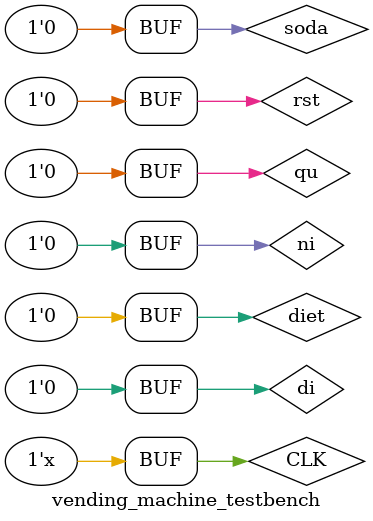
<source format=v>
`timescale 1ns / 1ps


module vending_machine_testbench;

	// Inputs
	reg ni;
	reg di;
	reg qu;
	reg soda;
	reg diet;
	reg CLK;
	reg rst;

	// Outputs
	wire change;
	wire giveSoda;
	wire giveDiet;
	
	// Instantiate the Unit Under Test (UUT)
	vending_machine uut (
		.ni(ni), 
		.di(di), 
		.qu(qu), 
		.soda(soda), 
		.diet(diet), 
		.change(change), 
		.CLK(CLK), 
		.rst(rst), 
		.giveSoda(giveSoda), 
		.giveDiet(giveDiet)
	);
	
// Clock generator.
	always begin
		CLK = ~CLK;
		#10;
	end

	initial begin
		// Initialize Inputs
		ni = 0;
		di = 0;
		qu = 0;
		soda = 0;
		diet = 0;
		CLK = 0;
		rst = 0;

		// Wait 100 ns for global reset to finish
		#103;
		rst = 1;
		#1000;
		rst = 0;
		#1000;
		qu = 1;
		#2500;
		qu = 0;
		#2500;
		di = 1;
		#2500;
		di = 0;
		#2500;
		di = 1;
		#2500;
		di = 0;
		#2500;
		/*di = 1;
		#1000;
		di = 0;*/
		
		soda = 1;
		#2500;
		soda = 0;
		/*#10300;
		qu = 1;
		#2000;
		qu = 0;
		#2000;
		ni = 1;
		#2000;
		ni = 0;
		#2000;
		di = 1;
		#2000;
		di = 0;
		#2000;
		qu = 1;
		#2000;
		qu = 0;
		diet = 1;
		#2000;
		diet = 0;
		#10300;
		ni = 1;
		#2000;
		ni = 0;
		#2000;
		ni = 1;
		#2000;
		ni = 0;
		#20;
		ni = 1;
		#20;
		ni = 0;
		#20;
		ni = 1;
		#20;
		ni = 0;
		#20;
		ni = 1;
		#20;
		ni = 0;
		#20;
		ni = 1;
		#20;
		ni = 0;
		#20;
		ni = 1;
		#20;
		ni = 0;
		#20;
		ni = 1;
		#20;
		ni = 0;
		#20;
		ni = 1;
		#20;
		ni = 0;
		diet = 1;
		#20;
		diet = 0;*/

	end
      
endmodule


</source>
